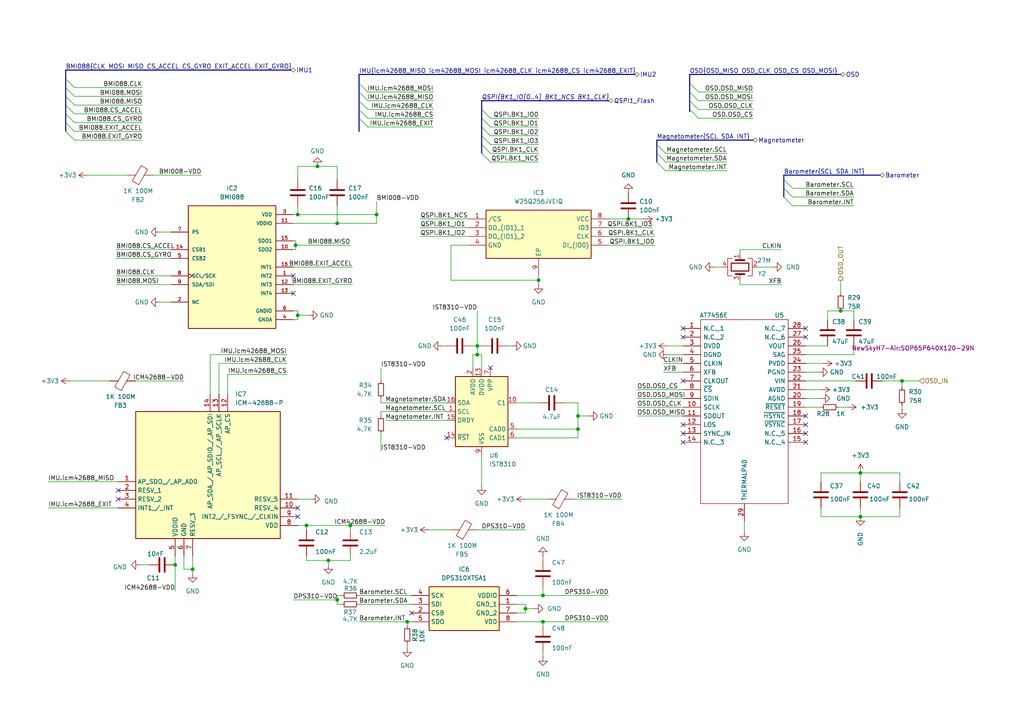
<source format=kicad_sch>
(kicad_sch (version 20231120) (generator "eeschema") (generator_version "8.0")
  (paper "A4")
  (lib_symbols
    (symbol "AT7456E_1" (pin_names (offset 0.762))
      (property "Reference" "U" (at 0.635 12.065 0))
      (property "Value" "AT7456E_1" (at -12.065 12.065 0))
      (symbol "AT7456E_1_0_0"
        (pin passive line (at -17.145 8.255 0) (length 5.08) (name "N.C._1") (number "1"))
        (pin passive line (at -17.145 -14.605 0) (length 5.08) (name "SCLK") (number "10"))
        (pin passive line (at -17.145 -17.145 0) (length 5.08) (name "SDOUT") (number "11"))
        (pin passive line (at -17.145 -19.685 0) (length 5.08) (name "LOS") (number "12"))
        (pin passive line (at -17.145 -22.225 0) (length 5.08) (name "SYNC_IN") (number "13"))
        (pin passive line (at -17.145 -24.765 0) (length 5.08) (name "N.C._3") (number "14"))
        (pin passive line (at 18.415 -24.765 180) (length 5.08) (name "N.C._4") (number "15"))
        (pin passive line (at 18.415 -22.225 180) (length 5.08) (name "N.C._5") (number "16"))
        (pin passive line (at 18.415 -19.685 180) (length 5.08) (name "~{VSYNC}") (number "17"))
        (pin passive line (at 18.415 -17.145 180) (length 5.08) (name "~{HSYNC}") (number "18"))
        (pin passive line (at 18.415 -14.605 180) (length 5.08) (name "~{RESET}") (number "19"))
        (pin passive line (at -17.145 5.715 0) (length 5.08) (name "N.C._2") (number "2"))
        (pin passive line (at 18.415 -12.065 180) (length 5.08) (name "AGND") (number "20"))
        (pin passive line (at 18.415 -9.525 180) (length 5.08) (name "AVDD") (number "21"))
        (pin passive line (at 18.415 -6.985 180) (length 5.08) (name "VIN") (number "22"))
        (pin passive line (at 18.415 -4.445 180) (length 5.08) (name "PGND") (number "23"))
        (pin passive line (at 18.415 -1.905 180) (length 5.08) (name "PVDD") (number "24"))
        (pin passive line (at 18.415 0.635 180) (length 5.08) (name "SAG") (number "25"))
        (pin passive line (at 18.415 3.175 180) (length 5.08) (name "VOUT") (number "26"))
        (pin passive line (at 18.415 5.715 180) (length 5.08) (name "N.C._6") (number "27"))
        (pin passive line (at 18.415 8.255 180) (length 5.08) (name "N.C._7") (number "28"))
        (pin passive line (at 0.635 -47.625 90) (length 5.08) (name "THERMALPAD") (number "29"))
        (pin passive line (at -17.145 3.175 0) (length 5.08) (name "DVDD") (number "3"))
        (pin passive line (at -17.145 0.635 0) (length 5.08) (name "DGND") (number "4"))
        (pin passive line (at -17.145 -1.905 0) (length 5.08) (name "CLKIN") (number "5"))
        (pin passive line (at -17.145 -4.445 0) (length 5.08) (name "XFB") (number "6"))
        (pin passive line (at -17.145 -6.985 0) (length 5.08) (name "CLKOUT") (number "7"))
        (pin passive line (at -17.145 -9.525 0) (length 5.08) (name "~{CS}") (number "8"))
        (pin passive line (at -17.145 -12.065 0) (length 5.08) (name "SDIN") (number "9"))
      )
      (symbol "AT7456E_1_0_1"
        (polyline (pts (xy -12.065 10.795) (xy 13.335 10.795) (xy 13.335 -42.545) (xy -12.065 -42.545) (xy -12.065 10.795)) (stroke (width 0.1524)))
      )
    )
    (symbol "Device:C" (pin_numbers hide) (pin_names (offset 0.254))
      (property "Reference" "C" (at 0.635 2.54 0))
      (property "Value" "C" (at 0.635 -2.54 0))
      (symbol "C_0_1"
        (polyline (pts (xy -2.032 -0.762) (xy 2.032 -0.762)) (stroke (width 0.508)))
        (polyline (pts (xy -2.032 0.762) (xy 2.032 0.762)) (stroke (width 0.508)))
      )
      (symbol "C_1_1"
        (pin passive line (at 0 3.81 270) (length 2.794) (name "~") (number "1"))
        (pin passive line (at 0 -3.81 90) (length 2.794) (name "~") (number "2"))
      )
    )
    (symbol "Device:Crystal_GND24" (pin_names (offset 1.016) hide)
      (property "Reference" "Y" (at 3.175 5.08 0))
      (property "Value" "Crystal_GND24" (at 3.175 3.175 0))
      (symbol "Crystal_GND24_0_1"
        (rectangle (start -1.143 2.54) (end 1.143 -2.54) (stroke (width 0.3048)))
        (polyline (pts (xy -2.54 0) (xy -2.032 0)))
        (polyline (pts (xy -2.032 -1.27) (xy -2.032 1.27)) (stroke (width 0.508)))
        (polyline (pts (xy 0 -3.81) (xy 0 -3.556)))
        (polyline (pts (xy 0 3.556) (xy 0 3.81)))
        (polyline (pts (xy 2.032 -1.27) (xy 2.032 1.27)) (stroke (width 0.508)))
        (polyline (pts (xy 2.032 0) (xy 2.54 0)))
        (polyline (pts (xy -2.54 -2.286) (xy -2.54 -3.556) (xy 2.54 -3.556) (xy 2.54 -2.286)))
        (polyline (pts (xy -2.54 2.286) (xy -2.54 3.556) (xy 2.54 3.556) (xy 2.54 2.286)))
      )
      (symbol "Crystal_GND24_1_1"
        (pin passive line (at -3.81 0 0) (length 1.27) (name "1") (number "1"))
        (pin passive line (at 0 5.08 270) (length 1.27) (name "2") (number "2"))
        (pin passive line (at 3.81 0 180) (length 1.27) (name "3") (number "3"))
        (pin passive line (at 0 -5.08 90) (length 1.27) (name "4") (number "4"))
      )
    )
    (symbol "Device:FerriteBead" (pin_numbers hide) (pin_names (offset 0))
      (property "Reference" "FB" (at -3.81 0.635 90))
      (property "Value" "FerriteBead" (at 3.81 0 90))
      (symbol "FerriteBead_0_1"
        (polyline (pts (xy 0 -1.27) (xy 0 -1.2192)))
        (polyline (pts (xy 0 1.27) (xy 0 1.2954)))
        (polyline (pts (xy -2.7686 0.4064) (xy -1.7018 2.2606) (xy 2.7686 -0.3048) (xy 1.6764 -2.159) (xy -2.7686 0.4064)))
      )
      (symbol "FerriteBead_1_1"
        (pin passive line (at 0 3.81 270) (length 2.54) (name "~") (number "1"))
        (pin passive line (at 0 -3.81 90) (length 2.54) (name "~") (number "2"))
      )
    )
    (symbol "Device:R_Small" (pin_numbers hide) (pin_names (offset 0.254) hide)
      (property "Reference" "R" (at 0.762 0.508 0))
      (property "Value" "R_Small" (at 0.762 -1.016 0))
      (symbol "R_Small_0_1"
        (rectangle (start -0.762 1.778) (end 0.762 -1.778) (stroke (width 0.2032)))
      )
      (symbol "R_Small_1_1"
        (pin passive line (at 0 2.54 270) (length 0.762) (name "~") (number "1"))
        (pin passive line (at 0 -2.54 90) (length 0.762) (name "~") (number "2"))
      )
    )
    (symbol "NewSkyH7-Air:W25Q256JVEIQ"
      (property "Reference" "IC" (at -0.254 3.81 0))
      (property "Value" "W25Q256JVEIQ" (at -0.254 1.016 0))
      (symbol "W25Q256JVEIQ_1_1"
        (rectangle (start -15.24 0) (end 15.24 -13.97) (stroke (width 0.254)) (fill (type background)))
        (pin passive line (at -20.32 -2.54 0) (length 5.08) (name "/CS") (number "1"))
        (pin passive line (at -20.32 -5.08 0) (length 5.08) (name "DO_(IO1)_1") (number "2"))
        (pin passive line (at -20.32 -7.62 0) (length 5.08) (name "DO_(IO1)_2") (number "3"))
        (pin passive line (at -20.32 -10.16 0) (length 5.08) (name "GND") (number "4"))
        (pin passive line (at 20.32 -10.16 180) (length 5.08) (name "DI_(IO0)") (number "5"))
        (pin passive line (at 20.32 -7.62 180) (length 5.08) (name "CLK") (number "6"))
        (pin passive line (at 20.32 -5.08 180) (length 5.08) (name "IO3") (number "7"))
        (pin passive line (at 20.32 -2.54 180) (length 5.08) (name "VCC") (number "8"))
        (pin passive line (at 0 -19.05 90) (length 5.08) (name "EP") (number "9"))
      )
    )
    (symbol "NewSky_Library:DPS310XTSA1"
      (property "Reference" "IC" (at -0.762 11.176 0))
      (property "Value" "DPS310XTSA1" (at -6.35 8.636 0))
      (symbol "DPS310XTSA1_1_1"
        (rectangle (start -10.16 6.35) (end 10.16 -6.35) (stroke (width 0.254)) (fill (type background)))
        (pin passive line (at 15.24 1.27 180) (length 5.08) (name "GND_1") (number "1"))
        (pin passive line (at -15.24 -1.27 0) (length 5.08) (name "CSB") (number "2"))
        (pin passive line (at -15.24 1.27 0) (length 5.08) (name "SDI") (number "3"))
        (pin passive line (at -15.24 3.81 0) (length 5.08) (name "SCK") (number "4"))
        (pin passive line (at -15.24 -3.81 0) (length 5.08) (name "SDO") (number "5"))
        (pin passive line (at 15.24 3.81 180) (length 5.08) (name "VDDIO") (number "6"))
        (pin passive line (at 15.24 -1.27 180) (length 5.08) (name "GND_2") (number "7"))
        (pin passive line (at 15.24 -3.81 180) (length 5.08) (name "VDD") (number "8"))
      )
    )
    (symbol "NewSky_Library:ICM-42688-P"
      (property "Reference" "IC" (at 9.144 18.288 0))
      (property "Value" "ICM-42688-P" (at 9.144 15.748 0))
      (symbol "ICM-42688-P_1_1"
        (rectangle (start -19.05 13.97) (end 22.86 -22.86) (stroke (width 0.254)) (fill (type background)))
        (pin passive line (at -24.13 -6.35 0) (length 5.08) (name "AP_SDO_/_AP_AD0") (number "1"))
        (pin passive line (at 27.94 -13.97 180) (length 5.08) (name "RESV_4") (number "10"))
        (pin passive line (at 27.94 -11.43 180) (length 5.08) (name "RESV_5") (number "11"))
        (pin passive line (at 7.62 19.05 270) (length 5.08) (name "AP_CS") (number "12"))
        (pin passive line (at 5.08 19.05 270) (length 5.08) (name "AP_SCL_/_AP_SCLK") (number "13"))
        (pin passive line (at 2.54 19.05 270) (length 5.08) (name "AP_SDA_/_AP_SDIO_/_AP_SDI") (number "14"))
        (pin passive line (at -24.13 -8.89 0) (length 5.08) (name "RESV_1") (number "2"))
        (pin passive line (at -24.13 -11.43 0) (length 5.08) (name "RESV_2") (number "3"))
        (pin passive line (at -24.13 -13.97 0) (length 5.08) (name "INT1_/_INT") (number "4"))
        (pin passive line (at -7.62 -27.94 90) (length 5.08) (name "VDDIO") (number "5"))
        (pin passive line (at -5.08 -27.94 90) (length 5.08) (name "GND") (number "6"))
        (pin passive line (at -2.54 -27.94 90) (length 5.08) (name "RESV_3") (number "7"))
        (pin passive line (at 27.94 -19.05 180) (length 5.08) (name "VDD") (number "8"))
        (pin passive line (at 27.94 -16.51 180) (length 5.08) (name "INT2_/_FSYNC_/_CLKIN") (number "9"))
      )
    )
    (symbol "PCM_4ms_Power-symbol:GND" (power) (pin_names (offset 0))
      (property "Value" "GND" (at 0 -3.81 0))
      (symbol "GND_0_1"
        (polyline (pts (xy 0 0) (xy 0 -1.27) (xy 1.27 -1.27) (xy 0 -2.54) (xy -1.27 -1.27) (xy 0 -1.27)))
      )
      (symbol "GND_1_1"
        (pin power_in line (at 0 0 270) (length 0) hide (name "GND") (number "1"))
      )
    )
    (symbol "Sensor_Magnetic:IST8310"
      (property "Reference" "U" (at -7.62 11.43 0))
      (property "Value" "IST8310" (at 10.16 11.43 0))
      (symbol "IST8310_0_1"
        (rectangle (start -7.62 10.16) (end 7.62 -10.16) (stroke (width 0.254)) (fill (type background)))
      )
      (symbol "IST8310_1_1"
        (pin input line (at -10.16 0 0) (length 2.54) (name "SCL") (number "1"))
        (pin passive line (at 10.16 2.54 180) (length 2.54) (name "C1") (number "10"))
        (pin passive line (at 0 -12.7 90) (length 2.54) hide (name "VSS") (number "11"))
        (pin no_connect line (at 7.62 7.62 180) (length 2.54) hide (name "NC") (number "12"))
        (pin power_in line (at 0 12.7 270) (length 2.54) (name "DVDD") (number "13"))
        (pin input line (at -10.16 -7.62 0) (length 2.54) (name "~{RST}") (number "14"))
        (pin output line (at -10.16 -2.54 0) (length 2.54) (name "DRDY") (number "15"))
        (pin bidirectional line (at -10.16 2.54 0) (length 2.54) (name "SDA") (number "16"))
        (pin power_in line (at -2.54 12.7 270) (length 2.54) (name "AVDD") (number "2"))
        (pin no_connect line (at -7.62 7.62 0) (length 2.54) hide (name "NC") (number "3"))
        (pin no_connect line (at -7.62 5.08 0) (length 2.54) hide (name "NC") (number "4"))
        (pin input line (at 10.16 -5.08 180) (length 2.54) (name "CAD0") (number "5"))
        (pin input line (at 10.16 -7.62 180) (length 2.54) (name "CAD1") (number "6"))
        (pin passive line (at 2.54 12.7 270) (length 2.54) (name "VPP") (number "7"))
        (pin no_connect line (at 7.62 5.08 180) (length 2.54) hide (name "NC") (number "8"))
        (pin power_in line (at 0 -12.7 90) (length 2.54) (name "VSS") (number "9"))
      )
    )
    (symbol "Wring:BMI088" (pin_names (offset 1.016))
      (property "Reference" "IC" (at -12.7 18.415 0))
      (property "Value" "BMI088" (at -12.7 -20.32 0))
      (symbol "BMI088_0_0"
        (rectangle (start -12.7 -17.78) (end 12.7 17.78) (stroke (width 0.254)) (fill (type background)))
        (pin bidirectional line (at 17.78 -2.54 180) (length 5.08) (name "INT2") (number "1"))
        (pin output line (at 17.78 5.08 180) (length 5.08) (name "SDO2") (number "10"))
        (pin power_in line (at 17.78 12.7 180) (length 5.08) (name "VDDIO") (number "11"))
        (pin bidirectional line (at 17.78 -5.08 180) (length 5.08) (name "INT3") (number "12"))
        (pin bidirectional line (at 17.78 -7.62 180) (length 5.08) (name "INT4") (number "13"))
        (pin input line (at -17.78 5.08 0) (length 5.08) (name "CSB1") (number "14"))
        (pin output line (at 17.78 7.62 180) (length 5.08) (name "SDO1") (number "15"))
        (pin bidirectional line (at 17.78 0 180) (length 5.08) (name "INT1") (number "16"))
        (pin passive line (at -17.78 -10.16 0) (length 5.08) (name "NC") (number "2"))
        (pin power_in line (at 17.78 15.24 180) (length 5.08) (name "VDD") (number "3"))
        (pin power_in line (at 17.78 -15.24 180) (length 5.08) (name "GNDA") (number "4"))
        (pin input line (at -17.78 2.54 0) (length 5.08) (name "CSB2") (number "5"))
        (pin power_in line (at 17.78 -12.7 180) (length 5.08) (name "GNDIO") (number "6"))
        (pin input line (at -17.78 10.16 0) (length 5.08) (name "PS") (number "7"))
        (pin input clock (at -17.78 -2.54 0) (length 5.08) (name "SCL/SCK") (number "8"))
        (pin bidirectional line (at -17.78 -5.08 0) (length 5.08) (name "SDA/SDI") (number "9"))
      )
    )
    (symbol "power:+3V3" (power) (pin_names (offset 0))
      (property "Value" "+3V3" (at 0 3.556 0))
      (symbol "+3V3_0_1"
        (polyline (pts (xy -0.762 1.27) (xy 0 2.54)))
        (polyline (pts (xy 0 0) (xy 0 2.54)))
        (polyline (pts (xy 0 2.54) (xy 0.762 1.27)))
      )
      (symbol "+3V3_1_1"
        (pin power_in line (at 0 0 90) (length 0) hide (name "+3V3") (number "1"))
      )
    )
    (symbol "power:GND" (power) (pin_numbers hide) (pin_names (offset 0) hide)
      (property "Value" "GND" (at 0 -3.81 0))
      (symbol "GND_0_1"
        (polyline (pts (xy 0 0) (xy 0 -1.27) (xy 1.27 -1.27) (xy 0 -2.54) (xy -1.27 -1.27) (xy 0 -1.27)))
      )
      (symbol "GND_1_1"
        (pin power_in line (at 0 0 270) (length 0) (name "~") (number "1"))
      )
    )
  )
  (junction (at 92.075 48.26))
  (junction (at 157.48 172.72))
  (junction (at 138.43 102.87))
  (junction (at 97.79 64.77))
  (junction (at 86.36 91.44))
  (junction (at 97.79 173.99))
  (junction (at 249.555 137.16))
  (junction (at 167.64 124.46))
  (junction (at 261.62 110.49))
  (junction (at 156.21 81.28))
  (junction (at 249.555 149.86))
  (junction (at 95.25 162.56))
  (junction (at 182.245 63.5))
  (junction (at 86.36 62.23))
  (junction (at 109.22 62.23))
  (junction (at 243.84 90.17))
  (junction (at 101.6 152.4))
  (junction (at 88.9 152.4))
  (junction (at 85.725 71.12))
  (junction (at 138.43 100.33))
  (junction (at 152.4 176.53))
  (junction (at 118.11 180.34))
  (junction (at 167.64 120.65))
  (junction (at 157.48 180.34))
  (junction (at 50.8 163.83))
  (junction (at 55.88 165.1))
  (no_connect (at 85.09 85.09))
  (no_connect (at 233.68 125.73))
  (no_connect (at 198.12 110.49))
  (no_connect (at 119.38 177.8))
  (no_connect (at 233.68 95.25))
  (no_connect (at 233.68 120.65))
  (no_connect (at 198.12 95.25))
  (no_connect (at 86.36 149.86))
  (no_connect (at 85.09 80.01))
  (no_connect (at 233.68 128.27))
  (no_connect (at 233.68 97.79))
  (no_connect (at 198.12 128.27))
  (no_connect (at 86.36 147.32))
  (no_connect (at 34.29 142.24))
  (no_connect (at 34.29 144.78))
  (no_connect (at 198.12 123.19))
  (no_connect (at 198.12 97.79))
  (no_connect (at 142.24 106.68))
  (no_connect (at 129.54 127))
  (no_connect (at 198.12 125.73))
  (no_connect (at 233.68 123.19))
  (bus_entry (at 200.025 29.21) (size 2.54 2.54))
  (bus_entry (at 19.05 30.48) (size 2.54 2.54))
  (bus_entry (at 139.7 44.45) (size 2.54 2.54))
  (bus_entry (at 104.14 26.67) (size 2.54 2.54))
  (bus_entry (at 19.05 33.02) (size 2.54 2.54))
  (bus_entry (at 190.5 44.45) (size 2.54 2.54))
  (bus_entry (at 200.025 24.13) (size 2.54 2.54))
  (bus_entry (at 104.14 24.13) (size 2.54 2.54))
  (bus_entry (at 104.14 34.29) (size 2.54 2.54))
  (bus_entry (at 19.05 22.86) (size 2.54 2.54))
  (bus_entry (at 139.7 36.83) (size 2.54 2.54))
  (bus_entry (at 19.05 38.1) (size 2.54 2.54))
  (bus_entry (at 190.5 46.99) (size 2.54 2.54))
  (bus_entry (at 19.05 25.4) (size 2.54 2.54))
  (bus_entry (at 19.05 35.56) (size 2.54 2.54))
  (bus_entry (at 19.05 27.94) (size 2.54 2.54))
  (bus_entry (at 104.14 31.75) (size 2.54 2.54))
  (bus_entry (at 200.025 31.75) (size 2.54 2.54))
  (bus_entry (at 200.025 26.67) (size 2.54 2.54))
  (bus_entry (at 139.7 41.91) (size 2.54 2.54))
  (bus_entry (at 227.33 54.61) (size 2.54 2.54))
  (bus_entry (at 227.33 57.15) (size 2.54 2.54))
  (bus_entry (at 139.7 39.37) (size 2.54 2.54))
  (bus_entry (at 139.7 31.75) (size 2.54 2.54))
  (bus_entry (at 190.5 41.91) (size 2.54 2.54))
  (bus_entry (at 139.7 34.29) (size 2.54 2.54))
  (bus_entry (at 227.33 52.07) (size 2.54 2.54))
  (bus_entry (at 104.14 29.21) (size 2.54 2.54))
  (wire (pts (xy 139.7 100.33) (xy 138.43 100.33)))
  (wire (pts (xy 193.675 100.33) (xy 198.12 100.33)))
  (wire (pts (xy 110.49 116.84) (xy 129.54 116.84)))
  (wire (pts (xy 240.03 92.71) (xy 240.03 90.17)))
  (wire (pts (xy 50.8 163.83) (xy 50.8 171.45)))
  (wire (pts (xy 261.62 110.49) (xy 261.62 112.395)))
  (wire (pts (xy 238.125 147.32) (xy 238.125 149.86)))
  (wire (pts (xy 152.4 144.78) (xy 158.75 144.78)))
  (wire (pts (xy 157.48 170.18) (xy 157.48 172.72)))
  (wire (pts (xy 21.59 25.4) (xy 41.275 25.4)))
  (wire (pts (xy 238.125 113.03) (xy 233.68 113.03)))
  (bus (pts (xy 19.05 38.1) (xy 19.05 35.56)))
  (bus (pts (xy 139.7 29.21) (xy 176.53 29.21)))
  (wire (pts (xy 33.655 80.01) (xy 49.53 80.01)))
  (wire (pts (xy 55.88 165.1) (xy 55.88 166.37)))
  (bus (pts (xy 19.05 27.94) (xy 19.05 25.4)))
  (wire (pts (xy 121.92 68.58) (xy 135.89 68.58)))
  (wire (pts (xy 224.155 77.47) (xy 219.71 77.47)))
  (bus (pts (xy 227.33 57.15) (xy 227.33 54.61)))
  (wire (pts (xy 66.04 114.3) (xy 66.04 108.585)))
  (wire (pts (xy 249.555 149.86) (xy 249.555 147.32)))
  (wire (pts (xy 97.79 173.99) (xy 97.79 172.72)))
  (wire (pts (xy 184.785 113.03) (xy 198.12 113.03)))
  (wire (pts (xy 85.09 82.55) (xy 102.235 82.55)))
  (wire (pts (xy 192.405 107.95) (xy 198.12 107.95)))
  (wire (pts (xy 21.59 40.64) (xy 41.275 40.64)))
  (wire (pts (xy 13.97 147.32) (xy 34.29 147.32)))
  (wire (pts (xy 86.36 52.07) (xy 86.36 48.26)))
  (bus (pts (xy 200.025 24.13) (xy 200.025 26.67)))
  (wire (pts (xy 21.59 38.1) (xy 41.275 38.1)))
  (wire (pts (xy 85.09 90.17) (xy 86.36 90.17)))
  (bus (pts (xy 190.5 41.91) (xy 190.5 40.64)))
  (bus (pts (xy 190.5 44.45) (xy 190.5 41.91)))
  (wire (pts (xy 226.695 72.39) (xy 214.63 72.39)))
  (wire (pts (xy 167.64 120.65) (xy 167.64 116.84)))
  (wire (pts (xy 104.14 175.26) (xy 119.38 175.26)))
  (wire (pts (xy 157.48 161.29) (xy 157.48 162.56)))
  (wire (pts (xy 184.785 118.11) (xy 198.12 118.11)))
  (wire (pts (xy 33.655 74.93) (xy 49.53 74.93)))
  (wire (pts (xy 249.555 137.16) (xy 249.555 139.7)))
  (wire (pts (xy 106.68 36.83) (xy 125.73 36.83)))
  (wire (pts (xy 25.4 50.8) (xy 36.83 50.8)))
  (wire (pts (xy 33.655 72.39) (xy 49.53 72.39)))
  (wire (pts (xy 218.44 34.29) (xy 202.565 34.29)))
  (wire (pts (xy 149.86 124.46) (xy 167.64 124.46)))
  (wire (pts (xy 240.03 90.17) (xy 243.84 90.17)))
  (wire (pts (xy 46.355 67.31) (xy 49.53 67.31)))
  (wire (pts (xy 249.555 149.86) (xy 260.985 149.86)))
  (wire (pts (xy 130.81 81.28) (xy 156.21 81.28)))
  (wire (pts (xy 53.34 165.1) (xy 55.88 165.1)))
  (bus (pts (xy 190.5 40.64) (xy 218.44 40.64)))
  (wire (pts (xy 138.43 90.17) (xy 138.43 100.33)))
  (wire (pts (xy 233.68 100.33) (xy 240.03 100.33)))
  (wire (pts (xy 247.65 100.33) (xy 247.65 102.87)))
  (wire (pts (xy 229.87 59.69) (xy 247.65 59.69)))
  (bus (pts (xy 227.33 52.07) (xy 227.33 50.8)))
  (wire (pts (xy 13.97 139.7) (xy 34.29 139.7)))
  (wire (pts (xy 106.68 29.21) (xy 125.73 29.21)))
  (wire (pts (xy 53.34 161.29) (xy 53.34 165.1)))
  (wire (pts (xy 60.96 114.3) (xy 60.96 102.87)))
  (wire (pts (xy 88.9 152.4) (xy 88.9 153.67)))
  (bus (pts (xy 104.14 29.21) (xy 104.14 31.75)))
  (wire (pts (xy 138.43 102.87) (xy 137.16 102.87)))
  (wire (pts (xy 152.4 175.26) (xy 152.4 176.53)))
  (wire (pts (xy 152.4 176.53) (xy 154.94 176.53)))
  (wire (pts (xy 193.04 46.99) (xy 210.82 46.99)))
  (wire (pts (xy 110.49 106.68) (xy 110.49 110.49)))
  (wire (pts (xy 128.27 100.33) (xy 129.54 100.33)))
  (wire (pts (xy 189.865 68.58) (xy 176.53 68.58)))
  (wire (pts (xy 139.7 102.87) (xy 138.43 102.87)))
  (wire (pts (xy 202.565 31.75) (xy 218.44 31.75)))
  (wire (pts (xy 243.84 81.28) (xy 243.84 85.09)))
  (wire (pts (xy 97.79 175.26) (xy 97.79 173.99)))
  (bus (pts (xy 200.025 29.21) (xy 200.025 31.75)))
  (wire (pts (xy 95.25 162.56) (xy 101.6 162.56)))
  (wire (pts (xy 137.16 102.87) (xy 137.16 106.68)))
  (wire (pts (xy 226.695 82.55) (xy 214.63 82.55)))
  (wire (pts (xy 139.7 106.68) (xy 139.7 102.87)))
  (wire (pts (xy 152.4 176.53) (xy 152.4 177.8)))
  (wire (pts (xy 184.785 115.57) (xy 198.12 115.57)))
  (wire (pts (xy 207.01 77.47) (xy 209.55 77.47)))
  (wire (pts (xy 118.11 181.61) (xy 118.11 180.34)))
  (wire (pts (xy 142.24 46.99) (xy 156.21 46.99)))
  (wire (pts (xy 85.725 72.39) (xy 85.09 72.39)))
  (wire (pts (xy 176.53 63.5) (xy 182.245 63.5)))
  (wire (pts (xy 156.21 82.55) (xy 156.21 81.28)))
  (wire (pts (xy 214.63 73.66) (xy 214.63 72.39)))
  (bus (pts (xy 19.05 30.48) (xy 19.05 27.94)))
  (bus (pts (xy 139.7 34.29) (xy 139.7 36.83)))
  (wire (pts (xy 101.6 152.4) (xy 111.76 152.4)))
  (wire (pts (xy 137.16 100.33) (xy 138.43 100.33)))
  (wire (pts (xy 60.96 102.87) (xy 83.185 102.87)))
  (wire (pts (xy 184.785 120.65) (xy 198.12 120.65)))
  (bus (pts (xy 19.05 25.4) (xy 19.05 22.86)))
  (wire (pts (xy 97.79 48.26) (xy 97.79 52.07)))
  (wire (pts (xy 249.555 137.16) (xy 260.985 137.16)))
  (bus (pts (xy 190.5 46.99) (xy 190.5 44.45)))
  (bus (pts (xy 19.05 33.02) (xy 19.05 30.48)))
  (bus (pts (xy 200.025 21.59) (xy 243.84 21.59)))
  (wire (pts (xy 166.37 144.78) (xy 180.34 144.78)))
  (wire (pts (xy 86.36 62.23) (xy 109.22 62.23)))
  (wire (pts (xy 202.565 26.67) (xy 218.44 26.67)))
  (wire (pts (xy 86.36 152.4) (xy 88.9 152.4)))
  (wire (pts (xy 167.64 124.46) (xy 167.64 120.65)))
  (wire (pts (xy 139.7 132.08) (xy 139.7 140.97)))
  (wire (pts (xy 149.86 116.84) (xy 156.21 116.84)))
  (wire (pts (xy 193.675 102.87) (xy 198.12 102.87)))
  (wire (pts (xy 92.075 48.26) (xy 97.79 48.26)))
  (wire (pts (xy 85.09 77.47) (xy 102.235 77.47)))
  (wire (pts (xy 156.21 81.28) (xy 156.21 80.01)))
  (wire (pts (xy 142.24 34.29) (xy 156.21 34.29)))
  (wire (pts (xy 111.76 121.92) (xy 129.54 121.92)))
  (wire (pts (xy 149.86 175.26) (xy 152.4 175.26)))
  (bus (pts (xy 139.7 36.83) (xy 139.7 39.37)))
  (wire (pts (xy 193.04 49.53) (xy 210.82 49.53)))
  (wire (pts (xy 86.36 91.44) (xy 86.36 92.71)))
  (wire (pts (xy 106.68 31.75) (xy 125.73 31.75)))
  (wire (pts (xy 97.79 172.72) (xy 99.06 172.72)))
  (bus (pts (xy 104.14 21.59) (xy 184.15 21.59)))
  (wire (pts (xy 40.64 163.83) (xy 43.18 163.83)))
  (wire (pts (xy 245.745 118.11) (xy 243.205 118.11)))
  (wire (pts (xy 66.04 108.585) (xy 83.185 108.585)))
  (wire (pts (xy 238.125 137.16) (xy 249.555 137.16)))
  (wire (pts (xy 86.36 62.23) (xy 85.09 62.23)))
  (wire (pts (xy 233.68 102.87) (xy 247.65 102.87)))
  (wire (pts (xy 88.9 162.56) (xy 95.25 162.56)))
  (wire (pts (xy 88.9 161.29) (xy 88.9 162.56)))
  (wire (pts (xy 86.36 48.26) (xy 92.075 48.26)))
  (wire (pts (xy 85.09 173.99) (xy 97.79 173.99)))
  (wire (pts (xy 104.14 180.34) (xy 118.11 180.34)))
  (wire (pts (xy 97.79 64.77) (xy 109.22 64.77)))
  (wire (pts (xy 130.81 71.12) (xy 130.81 81.28)))
  (wire (pts (xy 89.535 91.44) (xy 86.36 91.44)))
  (wire (pts (xy 149.86 180.34) (xy 157.48 180.34)))
  (wire (pts (xy 261.62 110.49) (xy 266.7 110.49)))
  (bus (pts (xy 227.33 54.61) (xy 227.33 52.07)))
  (wire (pts (xy 101.6 71.12) (xy 85.725 71.12)))
  (wire (pts (xy 21.59 30.48) (xy 41.275 30.48)))
  (wire (pts (xy 85.725 69.85) (xy 85.725 71.12)))
  (wire (pts (xy 39.37 110.49) (xy 53.34 110.49)))
  (wire (pts (xy 148.59 100.33) (xy 147.32 100.33)))
  (wire (pts (xy 63.5 105.41) (xy 83.185 105.41)))
  (wire (pts (xy 21.59 27.94) (xy 41.275 27.94)))
  (wire (pts (xy 86.36 90.17) (xy 86.36 91.44)))
  (wire (pts (xy 85.725 71.12) (xy 85.725 72.39)))
  (wire (pts (xy 109.22 64.77) (xy 109.22 62.23)))
  (wire (pts (xy 95.25 163.83) (xy 95.25 162.56)))
  (bus (pts (xy 104.14 34.29) (xy 104.14 38.1)))
  (wire (pts (xy 233.68 105.41) (xy 238.76 105.41)))
  (wire (pts (xy 167.64 127) (xy 167.64 124.46)))
  (bus (pts (xy 139.7 29.21) (xy 139.7 31.75)))
  (wire (pts (xy 157.48 180.34) (xy 176.53 180.34)))
  (wire (pts (xy 55.88 161.29) (xy 55.88 165.1)))
  (wire (pts (xy 101.6 152.4) (xy 101.6 153.67)))
  (bus (pts (xy 19.05 20.32) (xy 84.455 20.32)))
  (bus (pts (xy 104.14 31.75) (xy 104.14 34.29)))
  (wire (pts (xy 50.8 163.83) (xy 50.8 161.29)))
  (wire (pts (xy 149.86 172.72) (xy 157.48 172.72)))
  (wire (pts (xy 260.985 137.16) (xy 260.985 139.7)))
  (bus (pts (xy 227.33 50.8) (xy 255.27 50.8)))
  (wire (pts (xy 86.36 92.71) (xy 85.09 92.71)))
  (bus (pts (xy 139.7 39.37) (xy 139.7 41.91)))
  (bus (pts (xy 104.14 21.59) (xy 104.14 24.13)))
  (wire (pts (xy 152.4 177.8) (xy 149.86 177.8)))
  (wire (pts (xy 167.64 120.65) (xy 170.815 120.65)))
  (wire (pts (xy 167.64 116.84) (xy 163.83 116.84)))
  (wire (pts (xy 85.09 64.77) (xy 97.79 64.77)))
  (wire (pts (xy 110.49 130.81) (xy 110.49 125.73)))
  (wire (pts (xy 233.68 118.11) (xy 238.125 118.11)))
  (wire (pts (xy 118.11 180.34) (xy 119.38 180.34)))
  (wire (pts (xy 215.9 151.13) (xy 215.9 154.305)))
  (wire (pts (xy 243.84 90.17) (xy 247.65 90.17)))
  (wire (pts (xy 33.655 82.55) (xy 49.53 82.55)))
  (bus (pts (xy 200.025 21.59) (xy 200.025 24.13)))
  (wire (pts (xy 106.68 34.29) (xy 125.73 34.29)))
  (wire (pts (xy 85.09 69.85) (xy 85.725 69.85)))
  (wire (pts (xy 214.63 81.28) (xy 214.63 82.55)))
  (wire (pts (xy 247.65 90.17) (xy 247.65 92.71)))
  (wire (pts (xy 260.985 149.86) (xy 260.985 147.32)))
  (wire (pts (xy 238.125 149.86) (xy 249.555 149.86)))
  (bus (pts (xy 19.05 22.86) (xy 19.05 20.32)))
  (bus (pts (xy 139.7 41.91) (xy 139.7 44.45)))
  (wire (pts (xy 189.23 66.04) (xy 176.53 66.04)))
  (wire (pts (xy 189.865 71.12) (xy 176.53 71.12)))
  (wire (pts (xy 46.355 87.63) (xy 49.53 87.63)))
  (wire (pts (xy 193.04 44.45) (xy 210.82 44.45)))
  (wire (pts (xy 109.22 58.42) (xy 109.22 62.23)))
  (wire (pts (xy 97.79 59.69) (xy 97.79 64.77)))
  (wire (pts (xy 142.24 36.83) (xy 156.21 36.83)))
  (wire (pts (xy 138.43 100.33) (xy 138.43 102.87)))
  (wire (pts (xy 21.59 33.02) (xy 41.275 33.02)))
  (wire (pts (xy 233.68 115.57) (xy 238.125 115.57)))
  (wire (pts (xy 90.17 144.78) (xy 86.36 144.78)))
  (bus (pts (xy 200.025 26.67) (xy 200.025 29.21)))
  (wire (pts (xy 238.125 139.7) (xy 238.125 137.16)))
  (bus (pts (xy 139.7 31.75) (xy 139.7 34.29)))
  (bus (pts (xy 200.025 31.75) (xy 200.025 32.385)))
  (bus (pts (xy 104.14 24.13) (xy 104.14 26.67)))
  (wire (pts (xy 233.68 110.49) (xy 248.285 110.49)))
  (wire (pts (xy 149.86 127) (xy 167.64 127)))
  (wire (pts (xy 229.87 57.15) (xy 247.65 57.15)))
  (wire (pts (xy 21.59 35.56) (xy 41.275 35.56)))
  (wire (pts (xy 138.43 153.67) (xy 152.4 153.67)))
  (wire (pts (xy 255.905 110.49) (xy 261.62 110.49)))
  (wire (pts (xy 261.62 118.745) (xy 261.62 117.475)))
  (wire (pts (xy 118.11 187.96) (xy 118.11 186.69)))
  (wire (pts (xy 142.24 41.91) (xy 156.21 41.91)))
  (wire (pts (xy 99.06 175.26) (xy 97.79 175.26)))
  (bus (pts (xy 19.05 35.56) (xy 19.05 33.02)))
  (wire (pts (xy 233.68 107.95) (xy 237.49 107.95)))
  (wire (pts (xy 88.9 152.4) (xy 101.6 152.4)))
  (wire (pts (xy 44.45 50.8) (xy 58.42 50.8)))
  (wire (pts (xy 157.48 172.72) (xy 176.53 172.72)))
  (wire (pts (xy 110.49 119.38) (xy 110.49 120.65)))
  (wire (pts (xy 110.49 119.38) (xy 129.54 119.38)))
  (wire (pts (xy 20.32 110.49) (xy 31.75 110.49)))
  (wire (pts (xy 106.68 26.67) (xy 125.73 26.67)))
  (wire (pts (xy 142.24 39.37) (xy 156.21 39.37)))
  (wire (pts (xy 157.48 190.5) (xy 157.48 189.23)))
  (wire (pts (xy 124.46 153.67) (xy 130.81 153.67)))
  (wire (pts (xy 229.87 54.61) (xy 247.65 54.61)))
  (wire (pts (xy 186.69 63.5) (xy 182.245 63.5)))
  (wire (pts (xy 202.565 29.21) (xy 218.44 29.21)))
  (wire (pts (xy 142.24 44.45) (xy 156.21 44.45)))
  (wire (pts (xy 157.48 181.61) (xy 157.48 180.34)))
  (wire (pts (xy 110.49 116.84) (xy 110.49 115.57)))
  (wire (pts (xy 121.92 66.04) (xy 135.89 66.04)))
  (wire (pts (xy 101.6 161.29) (xy 101.6 162.56)))
  (wire (pts (xy 63.5 114.3) (xy 63.5 105.41)))
  (wire (pts (xy 121.92 63.5) (xy 135.89 63.5)))
  (wire (pts (xy 192.405 105.41) (xy 198.12 105.41)))
  (wire (pts (xy 135.89 71.12) (xy 130.81 71.12)))
  (bus (pts (xy 104.14 26.67) (xy 104.14 29.21)))
  (wire (pts (xy 86.36 59.69) (xy 86.36 62.23)))
  (wire (pts (xy 104.14 172.72) (xy 119.38 172.72)))
  (label "QSPI.BK1_IO2" (at 121.92 68.58 0))
  (label "QSPI.BK1_CLK" (at 156.21 44.45 180))
  (label "IMU.icm42688_EXIT" (at 125.73 36.83 180))
  (label "BMI088.CS_GYRO" (at 33.655 74.93 0))
  (label "BMI088.MISO" (at 101.6 71.12 180))
  (label "DPS310-VDD" (at 85.09 173.99 0))
  (label "QSPI.BK1_IO1" (at 121.92 66.04 0))
  (label "QSPI.BK1_IO1" (at 156.21 36.83 180))
  (label "BMI088.MISO" (at 41.275 30.48 180))
  (label "IMU{icm42688_MISO icm42688_MOSI icm42688_CLK icm42688_CS icm42688_EXIT}" (at 104.14 21.59 0))
  (label "QSPI.BK1_CLK" (at 189.865 68.58 180))
  (label "BMI088.CS_ACCEL" (at 41.275 33.02 180))
  (label "Magnetometer.SCL" (at 210.82 44.45 180))
  (label "IST8310-VDD" (at 110.49 106.68 0))
  (label "ICM42688-VDD" (at 111.76 152.4 180))
  (label "BMI088.CLK" (at 41.275 25.4 180))
  (label "DPS310-VDD" (at 176.53 180.34 180))
  (label "OSD.OSD_CS" (at 184.785 113.03 0))
  (label "ICM42688-VDD" (at 53.34 110.49 180))
  (label "IMU.icm42688_MISO" (at 13.97 139.7 0))
  (label "OSD{OSD_MISO OSD_CLK OSD_CS OSD_MOSI}" (at 200.025 21.59 0))
  (label "XFB" (at 226.695 82.55 180))
  (label "OSD.OSD_CS" (at 218.44 34.29 180))
  (label "QSPI.BK1_NCS" (at 156.21 46.99 180))
  (label "IMU.icm42688_CLK" (at 125.73 31.75 180))
  (label "IMU.icm42688_MOSI" (at 83.185 102.87 180))
  (label "Magnetometer.SDA" (at 111.76 116.84 0))
  (label "Barometer.INT" (at 247.65 59.69 180))
  (label "IMU.icm42688_EXIT" (at 13.97 147.32 0))
  (label "BMI088.EXIT_GYRO" (at 102.235 82.55 180))
  (label "Magnetometer.INT" (at 210.82 49.53 180))
  (label "CLKIN" (at 192.405 105.41 0))
  (label "QSPI{BK1_IO[0..4] BK1_NCS BK1_CLK}" (at 139.7 29.21 0) (effects (font (italic yes))))
  (label "IST8310-VDD" (at 110.49 130.81 0))
  (label "QSPI.BK1_IO0" (at 189.865 71.12 180))
  (label "IST8310-VDD" (at 180.34 144.78 180))
  (label "Barometer.SCL" (at 104.14 172.72 0))
  (label "QSPI.BK1_IO2" (at 156.21 39.37 180))
  (label "DPS310-VDD" (at 152.4 153.67 180))
  (label "XFB" (at 192.405 107.95 0))
  (label "OSD.OSD_CLK" (at 184.785 118.11 0))
  (label "QSPI.BK1_IO3" (at 156.21 41.91 180))
  (label "BMI088.CS_GYRO" (at 41.275 35.56 180))
  (label "OSD.OSD_MOSI" (at 184.785 115.57 0))
  (label "BMI088.CS_ACCEL" (at 33.655 72.39 0))
  (label "BMI008-VDD" (at 109.22 58.42 0))
  (label "BMI088.EXIT_GYRO" (at 41.275 40.64 180))
  (label "Magnetometer.SDA" (at 210.82 46.99 180))
  (label "BMI088.CLK" (at 33.655 80.01 0))
  (label "BMI008-VDD" (at 58.42 50.8 180))
  (label "BMI088.MOSI" (at 33.655 82.55 0))
  (label "BMI088.EXIT_ACCEL" (at 102.235 77.47 180))
  (label "BMI088.EXIT_ACCEL" (at 41.275 38.1 180))
  (label "QSPI.BK1_IO0" (at 156.21 34.29 180))
  (label "Barometer{SCL SDA INT}" (at 227.33 50.8 0))
  (label "IST8310-VDD" (at 138.43 90.17 180))
  (label "ICM42688-VDD" (at 50.8 171.45 180))
  (label "QSPI.BK1_NCS" (at 121.92 63.5 0))
  (label "Barometer.SDA" (at 104.14 175.26 0))
  (label "Magnetometer.INT" (at 111.76 121.92 0))
  (label "BMI088{CLK MOSI MISO CS_ACCEL CS_GYRO EXIT_ACCEL EXIT_GYRO}" (at 19.05 20.32 0))
  (label "OSD.OSD_MISO" (at 184.785 120.65 0))
  (label "IMU.icm42688_CS" (at 125.73 34.29 180))
  (label "DPS310-VDD" (at 176.53 172.72 180))
  (label "Magnetometer{SCL SDA INT}" (at 190.5 40.64 0))
  (label "QSPI.BK1_IO3" (at 189.23 66.04 180))
  (label "Magnetometer.SCL" (at 111.76 119.38 0))
  (label "OSD.OSD_CLK" (at 218.44 31.75 180))
  (label "BMI088.MOSI" (at 41.275 27.94 180))
  (label "Barometer.SCL" (at 247.65 54.61 180))
  (label "OSD.OSD_MOSI" (at 218.44 29.21 180))
  (label "IMU.icm42688_MISO" (at 125.73 29.21 180))
  (label "Barometer.SDA" (at 247.65 57.15 180))
  (label "IMU.icm42688_MOSI" (at 125.73 26.67 180))
  (label "Barometer.INT" (at 104.14 180.34 0))
  (label "OSD.OSD_MISO" (at 218.44 26.67 180))
  (label "CLKIN" (at 226.695 72.39 180))
  (label "IMU.icm42688_CS" (at 83.185 108.585 180))
  (label "IMU.icm42688_CLK" (at 83.185 105.41 180))
  (hierarchical_label "OSD_IN" (shape input) (at 266.7 110.49 0))
  (hierarchical_label "OSD" (shape bidirectional) (at 243.84 21.59 0))
  (hierarchical_label "OSD_OUT" (shape output) (at 243.84 81.28 90))
  (hierarchical_label "IMU1" (shape bidirectional) (at 84.455 20.32 0))
  (hierarchical_label "Magnetometer" (shape bidirectional) (at 218.44 40.64 0))
  (hierarchical_label "IMU2" (shape bidirectional) (at 184.15 21.59 0))
  (hierarchical_label "QSPI1_Flash" (shape bidirectional) (at 176.53 29.21 0) (effects (font (italic yes))))
  (hierarchical_label "Barometer" (shape bidirectional) (at 255.27 50.8 0))
  (symbol (lib_id "power:GND") (at 182.245 55.88 180) (unit 1)
    (property "Reference" "#PWR018" (effects (hide yes)))
    (property "Value" "GND" (at 182.245 50.8 0))
  )
  (symbol (lib_id "Device:C") (at 88.9 157.48 0) (unit 1)
    (property "Reference" "C12" (at 91.44 154.305 0) (effects (justify left)))
    (property "Value" "100nF" (at 91.44 160.02 0) (effects (justify left)))
    (property "Footprint" "Capacitor_SMD:C_0402_1005Metric" (effects (hide yes)))
  )
  (symbol (lib_id "Device:C") (at 260.985 143.51 0) (unit 1)
    (property "Reference" "C42" (at 262.89 140.97 0) (effects (justify left)))
    (property "Value" "100nF" (at 263.525 144.78 0) (effects (justify left)))
    (property "Footprint" "Capacitor_SMD:C_0402_1005Metric" (effects (hide yes)))
  )
  (symbol (lib_id "power:+3V3") (at 124.46 153.67 90) (unit 1)
    (property "Reference" "#PWR087" (effects (hide yes)))
    (property "Value" "+3V3" (at 121.285 153.67 90) (effects (justify left)))
  )
  (symbol (lib_id "Device:R_Small") (at 240.665 118.11 90) (unit 1)
    (property "Reference" "R28" (at 238.76 120.015 90))
    (property "Value" "1K" (at 243.84 120.015 90))
    (property "Footprint" "Resistor_SMD:R_0402_1005Metric" (effects (hide yes)))
  )
  (symbol (lib_id "Device:FerriteBead") (at 35.56 110.49 90) (unit 1)
    (property "Reference" "FB3" (at 36.83 117.602 90) (effects (justify left)))
    (property "Value" "1K 100M" (at 39.37 115.062 90) (effects (justify left)))
    (property "Footprint" "Inductor_SMD:L_0402_1005Metric" (effects (hide yes)))
  )
  (symbol (lib_id "Device:R_Small") (at 243.84 87.63 0) (unit 1)
    (property "Reference" "R29" (at 245.745 86.3599 0) (effects (justify left)))
    (property "Value" "75R" (at 245.745 88.8999 0) (effects (justify left)))
    (property "Footprint" "Resistor_SMD:R_0402_1005Metric" (effects (hide yes)))
  )
  (symbol (lib_id "Device:FerriteBead") (at 134.62 153.67 90) (unit 1)
    (property "Reference" "FB5" (at 135.89 160.782 90) (effects (justify left)))
    (property "Value" "1K 100M" (at 138.43 158.242 90) (effects (justify left)))
    (property "Footprint" "Inductor_SMD:L_0402_1005Metric" (effects (hide yes)))
  )
  (symbol (lib_id "Device:R_Small") (at 110.49 113.03 0) (mirror y) (unit 1)
    (property "Reference" "R34" (at 107.95 111.7599 0) (effects (justify left)))
    (property "Value" "4.7K" (at 107.95 114.2999 0) (effects (justify left)))
    (property "Footprint" "Resistor_SMD:R_0402_1005Metric" (effects (hide yes)))
  )
  (symbol (lib_id "Device:R_Small") (at 101.6 175.26 270) (mirror x) (unit 1)
    (property "Reference" "R37" (at 99.568 177.546 90) (effects (justify left)))
    (property "Value" "4.7K" (at 99.314 179.578 90) (effects (justify left)))
    (property "Footprint" "Resistor_SMD:R_0402_1005Metric" (effects (hide yes)))
  )
  (symbol (lib_id "power:+3V3") (at 238.125 113.03 270) (unit 1)
    (property "Reference" "#PWR068" (effects (hide yes)))
    (property "Value" "+3V3" (at 241.3 113.0299 90) (effects (justify left)))
  )
  (symbol (lib_id "Device:C") (at 143.51 100.33 90) (unit 1)
    (property "Reference" "C15" (at 143.51 92.71 90))
    (property "Value" "100nF" (at 143.51 95.25 90))
    (property "Footprint" "Capacitor_SMD:C_0402_1005Metric" (effects (hide yes)))
  )
  (symbol (lib_id "Device:C") (at 238.125 143.51 0) (unit 1)
    (property "Reference" "C37" (at 240.665 140.97 0) (effects (justify left)))
    (property "Value" "100nF" (at 240.665 144.78 0) (effects (justify left)))
    (property "Footprint" "Capacitor_SMD:C_0402_1005Metric" (effects (hide yes)))
  )
  (symbol (lib_id "power:+3V3") (at 245.745 118.11 270) (unit 1)
    (property "Reference" "#PWR071" (effects (hide yes)))
    (property "Value" "+3V3" (at 249.555 118.1099 90) (effects (justify left)))
  )
  (symbol (lib_id "Device:R_Small") (at 118.11 184.15 0) (mirror y) (unit 1)
    (property "Reference" "R38" (at 120.396 186.182 90) (effects (justify left)))
    (property "Value" "10K" (at 122.428 186.436 90) (effects (justify left)))
    (property "Footprint" "Resistor_SMD:R_0402_1005Metric" (effects (hide yes)))
  )
  (symbol (lib_id "Device:C") (at 97.79 55.88 180) (unit 1)
    (property "Reference" "C17" (at 100.965 54.61 0) (effects (justify right)))
    (property "Value" "100nF" (at 100.965 57.15 0) (effects (justify right)))
    (property "Footprint" "Capacitor_SMD:C_0402_1005Metric" (effects (hide yes)))
  )
  (symbol (lib_id "PCM_4ms_Power-symbol:GND") (at 55.88 166.37 0) (unit 1)
    (property "Reference" "#PWR022" (effects (hide yes)))
    (property "Value" "GND" (at 55.88 171.45 0))
  )
  (symbol (lib_id "Wring:BMI088") (at 67.31 77.47 0) (unit 1)
    (property "Reference" "IC2" (at 67.31 54.61 0))
    (property "Value" "BMI088" (at 67.31 57.15 0))
    (property "Footprint" "NewSkyH7-Air:PQFN50P450X300X100-16N" (effects (hide yes)))
    (property "Description" "\nAccelerometer, Gyroscope, 6 Axis Sensor I2C, SPI Output\n" (effects (hide yes)))
    (property "MF" "Bosch Sensortec" (effects (hide yes)))
    (property "PURCHASE-URL" "https://pricing.snapeda.com/search/part/BMI088/?ref=eda" (effects (hide yes)))
    (property "PACKAGE" "VFLGA-16 Bosch Sensortec" (effects (hide yes)))
    (property "PRICE" "None" (effects (hide yes)))
    (property "Package" "VFLGA-16 Bosch Sensortec" (effects (hide yes)))
    (property "Check_prices" "https://www.snapeda.com/parts/BMI088/Bosch+Sensortec/view-part/?ref=eda" (effects (hide yes)))
    (property "Price" "None" (effects (hide yes)))
    (property "SnapEDA_Link" "https://www.snapeda.com/parts/BMI088/Bosch+Sensortec/view-part/?ref=snap" (effects (hide yes)))
    (property "MP" "BMI088" (effects (hide yes)))
    (property "Availability" "In Stock" (effects (hide yes)))
    (property "AVAILABILITY" "In Stock" (effects (hide yes)))
    (property "DESCRIPTION" "Accelerometer, Gyroscope, 6 Axis Sensor I²C, SPI Output" (effects (hide yes)))
  )
  (symbol (lib_id "power:GND") (at 157.48 161.29 180) (unit 1)
    (property "Reference" "#PWR089" (effects (hide yes)))
    (property "Value" "GND" (at 157.48 156.21 0))
    (property "Description" "Power symbol creates a global label with name \"GND\" , ground" (effects (hide yes)))
  )
  (symbol (lib_id "Device:C") (at 101.6 157.48 0) (unit 1)
    (property "Reference" "C13" (at 104.14 154.305 0) (effects (justify left)))
    (property "Value" "2.2uF" (at 104.14 160.02 0) (effects (justify left)))
    (property "Footprint" "Capacitor_SMD:C_0402_1005Metric" (effects (hide yes)))
  )
  (symbol (lib_id "Device:C") (at 249.555 143.51 0) (unit 1)
    (property "Reference" "C40" (at 251.46 140.97 0) (effects (justify left)))
    (property "Value" "100nF" (at 252.095 144.78 0) (effects (justify left)))
    (property "Footprint" "Capacitor_SMD:C_0402_1005Metric" (effects (hide yes)))
  )
  (symbol (lib_id "Device:C") (at 133.35 100.33 90) (unit 1)
    (property "Reference" "C46" (at 133.35 92.71 90))
    (property "Value" "100nF" (at 133.35 95.25 90))
    (property "Footprint" "Capacitor_SMD:C_0402_1005Metric" (effects (hide yes)))
  )
  (symbol (lib_id "power:GND") (at 148.59 100.33 90) (unit 1)
    (property "Reference" "#PWR025" (effects (hide yes)))
    (property "Value" "GND" (at 153.67 100.33 90))
  )
  (symbol (lib_id "power:+3V3") (at 20.32 110.49 90) (unit 1)
    (property "Reference" "#PWR032" (effects (hide yes)))
    (property "Value" "+3V3" (at 17.145 110.49 90) (effects (justify left)))
  )
  (symbol (lib_id "power:GND") (at 118.11 187.96 0) (unit 1)
    (property "Reference" "#PWR091" (effects (hide yes)))
    (property "Value" "GND" (at 118.11 193.04 0))
    (property "Description" "Power symbol creates a global label with name \"GND\" , ground" (effects (hide yes)))
  )
  (symbol (lib_id "Device:FerriteBead") (at 162.56 144.78 90) (unit 1)
    (property "Reference" "FB4" (at 163.83 151.892 90) (effects (justify left)))
    (property "Value" "1K 100M" (at 166.37 149.352 90) (effects (justify left)))
    (property "Footprint" "Inductor_SMD:L_0402_1005Metric" (effects (hide yes)))
  )
  (symbol (lib_id "power:GND") (at 193.675 102.87 270) (unit 1)
    (property "Reference" "#PWR065" (effects (hide yes)))
    (property "Value" "GND" (at 190.5 102.8699 90) (effects (justify right)))
  )
  (symbol (lib_id "power:+3V3") (at 152.4 144.78 90) (unit 1)
    (property "Reference" "#PWR021" (effects (hide yes)))
    (property "Value" "+3V3" (at 149.225 144.78 90) (effects (justify left)))
  )
  (symbol (lib_id "Device:C") (at 182.245 59.69 0) (unit 1)
    (property "Reference" "C10" (at 185.42 58.4199 0) (effects (justify left)))
    (property "Value" "100nF" (at 185.42 60.9599 0) (effects (justify left)))
    (property "Footprint" "Capacitor_SMD:C_0402_1005Metric" (effects (hide yes)))
  )
  (symbol (lib_id "Device:C") (at 86.36 55.88 180) (unit 1)
    (property "Reference" "C16" (at 89.535 54.61 0) (effects (justify right)))
    (property "Value" "100nF" (at 89.535 57.15 0) (effects (justify right)))
    (property "Footprint" "Capacitor_SMD:C_0402_1005Metric" (effects (hide yes)))
  )
  (symbol (lib_id "PCM_4ms_Power-symbol:GND") (at 46.355 87.63 270) (unit 1)
    (property "Reference" "#PWR034" (effects (hide yes)))
    (property "Value" "GND" (at 43.18 87.63 90) (effects (justify right)))
  )
  (symbol (lib_id "power:GND") (at 157.48 190.5 0) (unit 1)
    (property "Reference" "#PWR090" (effects (hide yes)))
    (property "Value" "GND" (at 157.48 195.58 0))
    (property "Description" "Power symbol creates a global label with name \"GND\" , ground" (effects (hide yes)))
  )
  (symbol (lib_name "AT7456E_1") (lib_id "GPU:AT7456E") (at 215.265 103.505 0) (unit 1)
    (property "Reference" "U5" (at 226.06 91.44 0))
    (property "Value" "AT7456E" (at 207.01 91.44 0))
    (property "Footprint" "NewSkyH7-Air:SOP65P640X120-29N" (at 247.015 100.965 0) (effects (justify left)))
    (property "Datasheet" "https://datasheet.lcsc.com/szlcsc/ZHONGKEWEI-AT7456E_C82351.pdf" (effects (hide yes)))
    (property "Description" "Video Character Overlay Chip (OSD)" (effects (hide yes)))
    (property "Height" "1.2" (effects (hide yes)))
    (property "Manufacturer_Name" "ICOF" (effects (hide yes)))
    (property "Manufacturer_Part_Number" "AT7456E" (effects (hide yes)))
  )
  (symbol (lib_id "PCM_4ms_Power-symbol:GND") (at 46.355 67.31 270) (unit 1)
    (property "Reference" "#PWR033" (effects (hide yes)))
    (property "Value" "GND" (at 43.18 67.31 90) (effects (justify right)))
  )
  (symbol (lib_id "power:GND") (at 128.27 100.33 270) (unit 1)
    (property "Reference" "#PWR037" (effects (hide yes)))
    (property "Value" "GND" (at 123.19 100.33 90))
  )
  (symbol (lib_id "Device:C") (at 46.99 163.83 90) (unit 1)
    (property "Reference" "C11" (at 44.45 167.64 90))
    (property "Value" "10nF" (at 45.085 160.655 90))
    (property "Footprint" "Capacitor_SMD:C_0402_1005Metric" (effects (hide yes)))
  )
  (symbol (lib_id "NewSkyH7-Air:W25Q256JVEIQ") (at 156.21 60.96 0) (unit 1)
    (property "Reference" "IC3" (at 156.21 55.88 0))
    (property "Value" "W25Q256JVEIQ" (at 156.21 58.42 0))
    (property "Footprint" "NewSkyH7-Air:SON127P800X600X80-9N-D" (effects (hide yes)))
  )
  (symbol (lib_id "power:+3V3") (at 238.76 105.41 270) (unit 1)
    (property "Reference" "#PWR070" (effects (hide yes)))
    (property "Value" "+3V3" (at 241.935 105.4099 90) (effects (justify left)))
  )
  (symbol (lib_id "Device:C") (at 240.03 96.52 0) (unit 1)
    (property "Reference" "C38" (at 241.3 93.345 0) (effects (justify left)))
    (property "Value" "47uF" (at 241.3 99.06 0) (effects (justify left)))
    (property "Footprint" "Capacitor_SMD:C_0603_1608Metric" (effects (hide yes)))
  )
  (symbol (lib_id "power:GND") (at 215.9 154.305 0) (unit 1)
    (property "Reference" "#PWR066" (effects (hide yes)))
    (property "Value" "GND" (at 215.9 159.385 0))
  )
  (symbol (lib_id "Device:R_Small") (at 110.49 123.19 0) (mirror y) (unit 1)
    (property "Reference" "R35" (at 107.95 121.9199 0) (effects (justify left)))
    (property "Value" "4.7K" (at 107.95 124.4599 0) (effects (justify left)))
    (property "Footprint" "Resistor_SMD:R_0402_1005Metric" (effects (hide yes)))
  )
  (symbol (lib_id "power:+3V3") (at 186.69 63.5 270) (unit 1)
    (property "Reference" "#PWR020" (effects (hide yes)))
    (property "Value" "+3V3" (at 189.865 63.5 90) (effects (justify left)))
  )
  (symbol (lib_id "Device:C") (at 247.65 96.52 0) (unit 1)
    (property "Reference" "C39" (at 248.92 93.345 0) (effects (justify left)))
    (property "Value" "47uF" (at 248.92 99.06 0) (effects (justify left)))
    (property "Footprint" "Capacitor_SMD:C_0603_1608Metric" (effects (hide yes)))
  )
  (symbol (lib_id "power:GND") (at 154.94 176.53 90) (unit 1)
    (property "Reference" "#PWR088" (effects (hide yes)))
    (property "Value" "GND" (at 158.75 176.5299 90) (effects (justify right)))
    (property "Description" "Power symbol creates a global label with name \"GND\" , ground" (effects (hide yes)))
  )
  (symbol (lib_id "power:+3V3") (at 249.555 137.16 0) (unit 1)
    (property "Reference" "#PWR072" (effects (hide yes)))
    (property "Value" "+3V3" (at 249.555 132.08 0))
  )
  (symbol (lib_id "Device:FerriteBead") (at 40.64 50.8 90) (unit 1)
    (property "Reference" "FB2" (at 41.91 57.912 90) (effects (justify left)))
    (property "Value" "1K 100M" (at 44.45 55.372 90) (effects (justify left)))
    (property "Footprint" "Inductor_SMD:L_0402_1005Metric" (effects (hide yes)))
  )
  (symbol (lib_id "Device:C") (at 157.48 185.42 0) (unit 1)
    (property "Reference" "C48" (at 160.02 182.245 0) (effects (justify left)))
    (property "Value" "100nF" (at 160.02 187.96 0) (effects (justify left)))
    (property "Footprint" "Capacitor_SMD:C_0402_1005Metric" (effects (hide yes)))
  )
  (symbol (lib_id "Device:R_Small") (at 261.62 114.935 0) (unit 1)
    (property "Reference" "R30" (at 263.525 113.6649 0) (effects (justify left)))
    (property "Value" "75R" (at 263.525 116.2049 0) (effects (justify left)))
    (property "Footprint" "Resistor_SMD:R_0402_1005Metric" (effects (hide yes)))
  )
  (symbol (lib_id "PCM_4ms_Power-symbol:GND") (at 92.075 48.26 180) (unit 1)
    (property "Reference" "#PWR036" (effects (hide yes)))
    (property "Value" "GND" (at 92.075 43.815 0))
  )
  (symbol (lib_id "Device:Crystal_GND24") (at 214.63 77.47 270) (unit 1)
    (property "Reference" "Y2" (at 220.98 79.375 90))
    (property "Value" "27M" (at 221.615 75.565 90))
    (property "Footprint" "Crystal:Crystal_SMD_2016-4Pin_2.0x1.6mm" (effects (hide yes)))
  )
  (symbol (lib_id "Device:C") (at 157.48 166.37 0) (unit 1)
    (property "Reference" "C47" (at 160.02 163.195 0) (effects (justify left)))
    (property "Value" "100nF" (at 160.02 168.91 0) (effects (justify left)))
    (property "Footprint" "Capacitor_SMD:C_0402_1005Metric" (effects (hide yes)))
  )
  (symbol (lib_id "power:+3V3") (at 25.4 50.8 90) (unit 1)
    (property "Reference" "#PWR031" (effects (hide yes)))
    (property "Value" "+3V3" (at 22.225 50.8 90) (effects (justify left)))
  )
  (symbol (lib_id "NewSky_Library:ICM-42688-P") (at 58.42 133.35 0) (unit 1)
    (property "Reference" "IC7" (at 68.2341 114.3 0) (effects (justify left)))
    (property "Value" "ICM-42688-P" (at 68.2341 116.84 0) (effects (justify left)))
    (property "Footprint" "Thorn_Library:IIM42352" (effects (hide yes)))
    (property "Datasheet" "https://3cfeqx1hf82y3xcoull08ihx-wpengine.netdna-ssl.com/wp-content/uploads/2021/06/DS-000347-ICM-42688-P-v1.5.pdf" (effects (hide yes)))
    (property "Description" "IMU (Inertial Measurement Unit), 6-Axis, Accelerometer, Gyroscope" (effects (hide yes)))
    (property "Manufacturer_Name" "TDK" (effects (hide yes)))
    (property "Manufacturer_Part_Number" "ICM-42688-P" (effects (hide yes)))
    (property "Mouser Part Number" "410-ICM-42688-P" (effects (hide yes)))
    (property "Mouser Price/Stock" "https://www.mouser.co.uk/ProductDetail/TDK-InvenSense/ICM-42688-P?qs=OlC7AqGiEDk8QrNAV728zw%3D%3D" (effects (hide yes)))
    (property "Arrow Part Number" "ICM-42688-P" (effects (hide yes)))
    (property "Arrow Price/Stock" "https://www.arrow.com/en/products/icm-42688-p/invensense?region=nac" (effects (hide yes)))
  )
  (symbol (lib_id "PCM_4ms_Power-symbol:GND") (at 40.64 163.83 270) (unit 1)
    (property "Reference" "#PWR019" (effects (hide yes)))
    (property "Value" "GND" (at 36.83 164.465 90) (effects (justify right)))
  )
  (symbol (lib_id "power:+3V3") (at 193.675 100.33 90) (unit 1)
    (property "Reference" "#PWR064" (effects (hide yes)))
    (property "Value" "+3V3" (at 190.5 100.3299 90) (effects (justify left)))
  )
  (symbol (lib_id "Device:C") (at 252.095 110.49 90) (unit 1)
    (property "Reference" "C41" (at 248.92 109.22 90))
    (property "Value" "100nF" (at 257.175 109.22 90))
    (property "Footprint" "Capacitor_SMD:C_0402_1005Metric" (effects (hide yes)))
  )
  (symbol (lib_id "Device:C") (at 160.02 116.84 270) (unit 1)
    (property "Reference" "C14" (at 160.02 113.03 90))
    (property "Value" "4.7uF" (at 160.02 120.904 90))
    (property "Footprint" "Capacitor_SMD:C_0402_1005Metric" (effects (hide yes)))
  )
  (symbol (lib_id "power:GND") (at 249.555 149.86 0) (unit 1)
    (property "Reference" "#PWR073" (effects (hide yes)))
    (property "Value" "GND" (at 249.555 154.305 90) (effects (justify right)))
  )
  (symbol (lib_id "power:GND") (at 156.21 82.55 0) (unit 1)
    (property "Reference" "#PWR016" (effects (hide yes)))
    (property "Value" "GND" (at 156.21 87.63 0))
    (property "Description" "Power symbol creates a global label with name \"GND\" , ground" (effects (hide yes)))
  )
  (symbol (lib_id "PCM_4ms_Power-symbol:GND") (at 95.25 163.83 0) (unit 1)
    (property "Reference" "#PWR024" (effects (hide yes)))
    (property "Value" "GND" (at 95.25 168.91 0))
  )
  (symbol (lib_id "power:GND") (at 237.49 107.95 90) (unit 1)
    (property "Reference" "#PWR067" (effects (hide yes)))
    (property "Value" "GND" (at 240.665 107.95 90) (effects (justify right)))
  )
  (symbol (lib_id "power:GND") (at 224.155 77.47 90) (unit 1)
    (property "Reference" "#PWR063" (effects (hide yes)))
    (property "Value" "GND" (at 227.965 77.4701 90) (effects (justify right)))
  )
  (symbol (lib_id "power:GND") (at 139.7 140.97 0) (unit 1)
    (property "Reference" "#PWR030" (effects (hide yes)))
    (property "Value" "GND" (at 139.7 146.05 0))
  )
  (symbol (lib_id "power:GND") (at 261.62 118.745 0) (unit 1)
    (property "Reference" "#PWR074" (effects (hide yes)))
    (property "Value" "GND" (at 261.62 123.825 0))
  )
  (symbol (lib_id "PCM_4ms_Power-symbol:GND") (at 89.535 91.44 90) (unit 1)
    (property "Reference" "#PWR035" (effects (hide yes)))
    (property "Value" "GND" (at 92.71 91.44 90) (effects (justify right)))
  )
  (symbol (lib_id "power:GND") (at 238.125 115.57 90) (unit 1)
    (property "Reference" "#PWR069" (effects (hide yes)))
    (property "Value" "GND" (at 242.57 115.57 90) (effects (justify right)))
  )
  (symbol (lib_id "Sensor_Magnetic:IST8310") (at 139.7 119.38 0) (unit 1)
    (property "Reference" "U6" (at 141.8941 132.08 0) (effects (justify left)))
    (property "Value" "IST8310" (at 141.8941 134.62 0) (effects (justify left)))
    (property "Footprint" "Package_LGA:LGA-16_3x3mm_P0.5mm" (effects (hide yes)))
    (property "Datasheet" "http://www.isentek.com/en/dlf.php?file=../ISENTEK/(201703-09)IST8310%20Datasheet%20v1.2_brief-105.09.20.pdf" (effects (hide yes)))
    (property "Description" "3D Magnetometer, I2C Interface, LGA-16" (effects (hide yes)))
  )
  (symbol (lib_id "PCM_4ms_Power-symbol:GND") (at 90.17 144.78 90) (unit 1)
    (property "Reference" "#PWR023" (effects (hide yes)))
    (property "Value" "GND" (at 93.98 145.415 90) (effects (justify right)))
  )
  (symbol (lib_id "NewSky_Library:DPS310XTSA1") (at 134.62 176.53 0) (unit 1)
    (property "Reference" "IC6" (at 134.62 165.1 0))
    (property "Value" "DPS310XTSA1" (at 134.62 167.64 0))
    (property "Footprint" "NewSky_Library:DPS310XTSA1" (effects (hide yes)))
    (property "Datasheet" "https://www.infineon.com/dgdl/Infineon-DPS310-DS-v01_00-EN.pdf?fileId=5546d462576f34750157750826c42242" (effects (hide yes)))
    (property "Description" "INFINEON - DPS310XTSA1 - DIGITAL PRESSURE SENSOR, 1200HPA, VLGA-8" (effects (hide yes)))
  )
  (symbol (lib_id "power:GND") (at 170.815 120.65 90) (unit 1)
    (property "Reference" "#PWR029" (effects (hide yes)))
    (property "Value" "GND" (at 175.895 120.65 90))
  )
  (symbol (lib_id "power:GND") (at 207.01 77.47 270) (unit 1)
    (property "Reference" "#PWR062" (effects (hide yes)))
    (property "Value" "GND" (at 203.835 77.4699 90) (effects (justify right)))
  )
  (symbol (lib_id "Device:R_Small") (at 101.6 172.72 90) (mirror x) (unit 1)
    (property "Reference" "R36" (at 103.632 170.688 90) (effects (justify left)))
    (property "Value" "4.7K" (at 103.886 168.656 90) (effects (justify left)))
    (property "Footprint" "Resistor_SMD:R_0402_1005Metric" (effects (hide yes)))
  )
)
</source>
